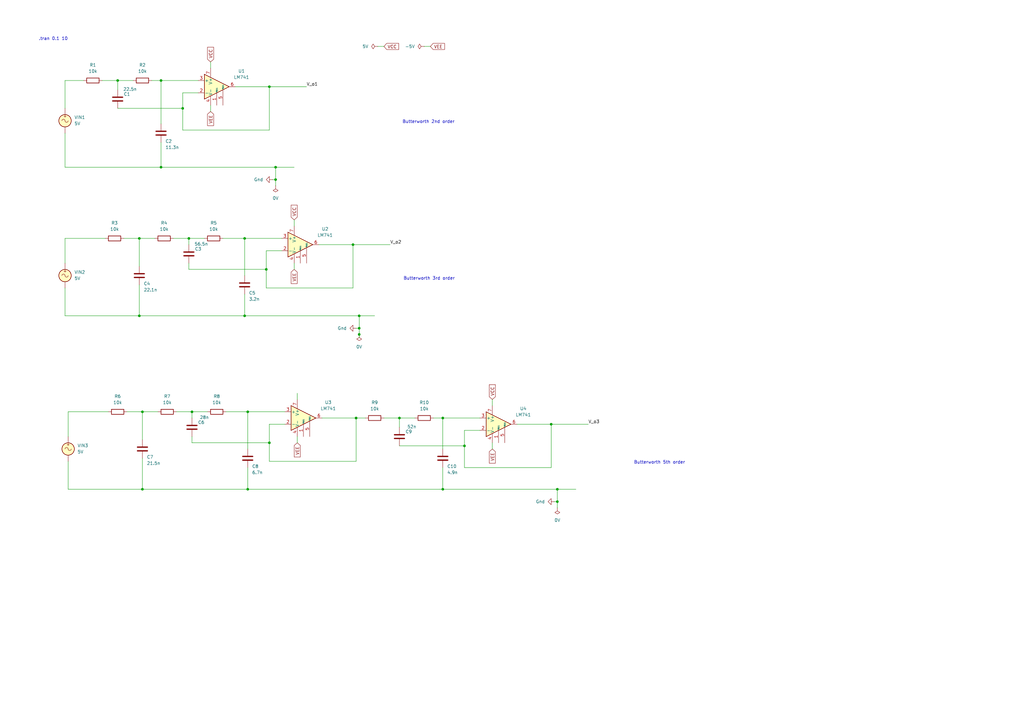
<source format=kicad_sch>
(kicad_sch (version 20250114) (generator "eeschema") (generator_version "9.0")
  (paper "A3")
  (lib_symbols
    (symbol "Amplifier_Operational:LM741" (pin_names (offset 0.127))
      (property "Reference" "U" (at 0 6.35 0))
      (property "Value" "LM741" (at 0 3.81 0))
      (symbol "LM741_0_1"
        (polyline (pts (xy -5.08 5.08) (xy 5.08 0) (xy -5.08 -5.08) (xy -5.08 5.08)) (stroke (width 0.254)) (fill (type background)))
      )
      (symbol "LM741_1_1"
        (pin input line (at -7.62 2.54 0) (length 2.54) (name "+") (number "3"))
        (pin input line (at -7.62 -2.54 0) (length 2.54) (name "-") (number "2"))
        (pin power_in line (at -2.54 7.62 270) (length 3.81) (name "V+") (number "7"))
        (pin power_in line (at -2.54 -7.62 90) (length 3.81) (name "V-") (number "4"))
        (pin no_connect line (at 0 2.54 270) (length 2.54) (hide yes) (name "NC") (number "8"))
        (pin input line (at 0 -7.62 90) (length 5.08) (name "NULL") (number "1"))
        (pin input line (at 2.54 -7.62 90) (length 6.35) (name "NULL") (number "5"))
        (pin output line (at 7.62 0 180) (length 2.54) (name "~") (number "6"))
      )
    )
    (symbol "Device:C" (pin_numbers (hide yes)) (pin_names (offset 0.254))
      (property "Reference" "C" (at 0.635 2.54 0))
      (property "Value" "C" (at 0.635 -2.54 0))
      (symbol "C_0_1"
        (polyline (pts (xy -2.032 0.762) (xy 2.032 0.762)) (stroke (width 0.508)))
        (polyline (pts (xy -2.032 -0.762) (xy 2.032 -0.762)) (stroke (width 0.508)))
      )
      (symbol "C_1_1"
        (pin passive line (at 0 3.81 270) (length 2.794) (name "~") (number "1"))
        (pin passive line (at 0 -3.81 90) (length 2.794) (name "~") (number "2"))
      )
    )
    (symbol "Device:R" (pin_numbers (hide yes)) (pin_names (offset 0))
      (property "Reference" "R" (at 2.032 0 90))
      (property "Value" "R" (at 0 0 90))
      (symbol "R_0_1"
        (rectangle (start -1.016 -2.54) (end 1.016 2.54) (stroke (width 0.254)))
      )
      (symbol "R_1_1"
        (pin passive line (at 0 3.81 270) (length 1.27) (name "~") (number "1"))
        (pin passive line (at 0 -3.81 90) (length 1.27) (name "~") (number "2"))
      )
    )
    (symbol "Simulation_SPICE:VSIN" (pin_numbers (hide yes)) (pin_names (offset 0.0254))
      (property "Reference" "V" (at 2.54 2.54 0))
      (property "Value" "VSIN" (at 2.54 0 0))
      (property "Sim.Params" "dc=0 ampl=1 f=1k ac=1" (at 2.54 -2.54 0))
      (symbol "VSIN_0_0"
        (arc (start -1.27 0) (mid -0.635 0.6323) (end 0 0))
        (arc (start 1.27 0) (mid 0.635 -0.6323) (end 0 0))
        (text "+" (at 0 1.905 0) (effects (font (size 1.27 1.27))))
      )
      (symbol "VSIN_0_1"
        (circle (center 0 0) (radius 2.54) (stroke (width 0.254)) (fill (type background)))
      )
      (symbol "VSIN_1_1"
        (pin passive line (at 0 5.08 270) (length 2.54) (name "~") (number "1"))
        (pin passive line (at 0 -5.08 90) (length 2.54) (name "~") (number "2"))
      )
    )
    (symbol "power:GND" (power) (pin_numbers (hide yes)) (pin_names (offset 0) (hide yes))
      (property "Value" "GND" (at 0 -3.81 0))
      (symbol "GND_0_1"
        (polyline (pts (xy 0 0) (xy 0 -1.27) (xy 1.27 -1.27) (xy 0 -2.54) (xy -1.27 -1.27) (xy 0 -1.27)))
      )
      (symbol "GND_1_1"
        (pin power_in line (at 0 0 270) (length 0) (name "~") (number "1"))
      )
    )
    (symbol "power:PWR_FLAG" (power) (pin_numbers (hide yes)) (pin_names (offset 0) (hide yes))
      (property "Value" "PWR_FLAG" (at 0 3.81 0))
      (symbol "PWR_FLAG_0_0"
        (pin power_out line (at 0 0 90) (length 0) (name "~") (number "1"))
      )
      (symbol "PWR_FLAG_0_1"
        (polyline (pts (xy 0 0) (xy 0 1.27) (xy -1.016 1.905) (xy 0 2.54) (xy 1.016 1.905) (xy 0 1.27)))
      )
    )
  )
  (text "Butterworth 5th order" (at 270.51 189.738 0) (effects (font (size 1.27 1.27))))
  (text ".tran 0.1 10" (at 21.844 16.002 0) (effects (font (size 1.27 1.27))))
  (text "Butterworth 2nd order" (at 175.768 50.038 0) (effects (font (size 1.27 1.27))))
  (text "Butterworth 3rd order" (at 176.022 114.3 0) (effects (font (size 1.27 1.27))))
  (junction (at 181.61 200.66))
  (junction (at 147.32 137.16))
  (junction (at 48.26 33.02))
  (junction (at 101.6 168.91))
  (junction (at 113.03 68.58))
  (junction (at 228.6 200.66))
  (junction (at 190.5 182.88))
  (junction (at 110.49 181.61))
  (junction (at 146.05 171.45))
  (junction (at 109.22 110.49))
  (junction (at 100.33 129.54))
  (junction (at 226.06 173.99))
  (junction (at 57.15 129.54))
  (junction (at 66.04 33.02))
  (junction (at 100.33 97.79))
  (junction (at 228.6 205.74))
  (junction (at 66.04 68.58))
  (junction (at 144.78 100.33))
  (junction (at 77.47 97.79))
  (junction (at 181.61 171.45))
  (junction (at 78.74 168.91))
  (junction (at 74.93 44.45))
  (junction (at 101.6 200.66))
  (junction (at 57.15 97.79))
  (junction (at 147.32 134.62))
  (junction (at 147.32 129.54))
  (junction (at 163.83 171.45))
  (junction (at 58.42 168.91))
  (junction (at 58.42 200.66))
  (junction (at 110.49 35.56))
  (junction (at 113.03 73.66))
  (wire (pts (xy 101.6 184.15) (xy 101.6 168.91)))
  (wire (pts (xy 110.49 35.56) (xy 96.52 35.56)))
  (wire (pts (xy 58.42 200.66) (xy 101.6 200.66)))
  (wire (pts (xy 101.6 191.77) (xy 101.6 200.66)))
  (wire (pts (xy 190.5 182.88) (xy 190.5 191.77)))
  (wire (pts (xy 77.47 110.49) (xy 109.22 110.49)))
  (wire (pts (xy 190.5 176.53) (xy 190.5 182.88)))
  (wire (pts (xy 26.67 33.02) (xy 26.67 44.45)))
  (wire (pts (xy 91.44 97.79) (xy 100.33 97.79)))
  (wire (pts (xy 201.93 163.83) (xy 201.93 166.37)))
  (wire (pts (xy 226.06 173.99) (xy 241.3 173.99)))
  (wire (pts (xy 196.85 176.53) (xy 190.5 176.53)))
  (wire (pts (xy 86.36 25.4) (xy 86.36 27.94)))
  (wire (pts (xy 41.91 33.02) (xy 48.26 33.02)))
  (wire (pts (xy 74.93 44.45) (xy 74.93 53.34)))
  (wire (pts (xy 147.32 137.16) (xy 147.32 138.43)))
  (wire (pts (xy 77.47 97.79) (xy 77.47 100.33)))
  (wire (pts (xy 100.33 129.54) (xy 147.32 129.54)))
  (wire (pts (xy 27.94 189.23) (xy 27.94 200.66)))
  (wire (pts (xy 48.26 44.45) (xy 74.93 44.45)))
  (wire (pts (xy 228.6 205.74) (xy 228.6 208.28)))
  (wire (pts (xy 58.42 168.91) (xy 64.77 168.91)))
  (wire (pts (xy 66.04 33.02) (xy 62.23 33.02)))
  (wire (pts (xy 120.65 68.58) (xy 113.03 68.58)))
  (wire (pts (xy 27.94 200.66) (xy 58.42 200.66)))
  (wire (pts (xy 157.48 171.45) (xy 163.83 171.45)))
  (wire (pts (xy 78.74 168.91) (xy 85.09 168.91)))
  (wire (pts (xy 77.47 97.79) (xy 83.82 97.79)))
  (wire (pts (xy 57.15 129.54) (xy 100.33 129.54)))
  (wire (pts (xy 48.26 33.02) (xy 54.61 33.02)))
  (wire (pts (xy 113.03 73.66) (xy 113.03 76.2)))
  (wire (pts (xy 100.33 97.79) (xy 115.57 97.79)))
  (wire (pts (xy 100.33 120.65) (xy 100.33 129.54)))
  (wire (pts (xy 144.78 100.33) (xy 160.02 100.33)))
  (wire (pts (xy 153.67 129.54) (xy 147.32 129.54)))
  (wire (pts (xy 26.67 33.02) (xy 34.29 33.02)))
  (wire (pts (xy 78.74 181.61) (xy 110.49 181.61)))
  (wire (pts (xy 115.57 102.87) (xy 109.22 102.87)))
  (wire (pts (xy 101.6 168.91) (xy 116.84 168.91)))
  (wire (pts (xy 121.92 161.29) (xy 121.92 163.83)))
  (wire (pts (xy 66.04 50.8) (xy 66.04 33.02)))
  (wire (pts (xy 181.61 184.15) (xy 181.61 171.45)))
  (wire (pts (xy 228.6 200.66) (xy 228.6 205.74)))
  (wire (pts (xy 190.5 191.77) (xy 226.06 191.77)))
  (wire (pts (xy 121.92 179.07) (xy 121.92 181.61)))
  (wire (pts (xy 181.61 200.66) (xy 228.6 200.66)))
  (wire (pts (xy 57.15 97.79) (xy 63.5 97.79)))
  (wire (pts (xy 58.42 187.96) (xy 58.42 200.66)))
  (wire (pts (xy 78.74 168.91) (xy 78.74 171.45)))
  (wire (pts (xy 110.49 181.61) (xy 110.49 189.23)))
  (wire (pts (xy 110.49 35.56) (xy 125.73 35.56)))
  (wire (pts (xy 74.93 38.1) (xy 74.93 44.45)))
  (wire (pts (xy 109.22 110.49) (xy 109.22 118.11)))
  (wire (pts (xy 146.05 134.62) (xy 147.32 134.62)))
  (wire (pts (xy 27.94 179.07) (xy 27.94 168.91)))
  (wire (pts (xy 26.67 68.58) (xy 66.04 68.58)))
  (wire (pts (xy 81.28 38.1) (xy 74.93 38.1)))
  (wire (pts (xy 71.12 97.79) (xy 77.47 97.79)))
  (wire (pts (xy 101.6 200.66) (xy 181.61 200.66)))
  (wire (pts (xy 26.67 129.54) (xy 57.15 129.54)))
  (wire (pts (xy 66.04 58.42) (xy 66.04 68.58)))
  (wire (pts (xy 201.93 181.61) (xy 201.93 184.15)))
  (wire (pts (xy 109.22 118.11) (xy 144.78 118.11)))
  (wire (pts (xy 163.83 175.26) (xy 163.83 171.45)))
  (wire (pts (xy 58.42 168.91) (xy 58.42 180.34)))
  (wire (pts (xy 92.71 168.91) (xy 101.6 168.91)))
  (wire (pts (xy 144.78 118.11) (xy 144.78 100.33)))
  (wire (pts (xy 163.83 171.45) (xy 170.18 171.45)))
  (wire (pts (xy 26.67 118.11) (xy 26.67 129.54)))
  (wire (pts (xy 146.05 171.45) (xy 132.08 171.45)))
  (wire (pts (xy 163.83 182.88) (xy 190.5 182.88)))
  (wire (pts (xy 110.49 53.34) (xy 110.49 35.56)))
  (wire (pts (xy 66.04 68.58) (xy 113.03 68.58)))
  (wire (pts (xy 111.76 73.66) (xy 113.03 73.66)))
  (wire (pts (xy 74.93 53.34) (xy 110.49 53.34)))
  (wire (pts (xy 77.47 110.49) (xy 77.47 107.95)))
  (wire (pts (xy 116.84 173.99) (xy 110.49 173.99)))
  (wire (pts (xy 146.05 189.23) (xy 146.05 171.45)))
  (wire (pts (xy 52.07 168.91) (xy 58.42 168.91)))
  (wire (pts (xy 154.94 19.05) (xy 157.48 19.05)))
  (wire (pts (xy 110.49 173.99) (xy 110.49 181.61)))
  (wire (pts (xy 181.61 191.77) (xy 181.61 200.66)))
  (wire (pts (xy 236.22 200.66) (xy 228.6 200.66)))
  (wire (pts (xy 26.67 97.79) (xy 43.18 97.79)))
  (wire (pts (xy 26.67 54.61) (xy 26.67 68.58)))
  (wire (pts (xy 110.49 189.23) (xy 146.05 189.23)))
  (wire (pts (xy 173.99 19.05) (xy 176.53 19.05)))
  (wire (pts (xy 100.33 113.03) (xy 100.33 97.79)))
  (wire (pts (xy 26.67 107.95) (xy 26.67 97.79)))
  (wire (pts (xy 78.74 181.61) (xy 78.74 179.07)))
  (wire (pts (xy 227.33 205.74) (xy 228.6 205.74)))
  (wire (pts (xy 120.65 90.17) (xy 120.65 92.71)))
  (wire (pts (xy 181.61 171.45) (xy 177.8 171.45)))
  (wire (pts (xy 147.32 134.62) (xy 147.32 137.16)))
  (wire (pts (xy 181.61 171.45) (xy 196.85 171.45)))
  (wire (pts (xy 57.15 116.84) (xy 57.15 129.54)))
  (wire (pts (xy 144.78 100.33) (xy 130.81 100.33)))
  (wire (pts (xy 147.32 129.54) (xy 147.32 134.62)))
  (wire (pts (xy 120.65 107.95) (xy 120.65 110.49)))
  (wire (pts (xy 226.06 173.99) (xy 212.09 173.99)))
  (wire (pts (xy 146.05 171.45) (xy 149.86 171.45)))
  (wire (pts (xy 27.94 168.91) (xy 44.45 168.91)))
  (wire (pts (xy 66.04 33.02) (xy 81.28 33.02)))
  (wire (pts (xy 113.03 68.58) (xy 113.03 73.66)))
  (wire (pts (xy 226.06 191.77) (xy 226.06 173.99)))
  (wire (pts (xy 50.8 97.79) (xy 57.15 97.79)))
  (wire (pts (xy 109.22 102.87) (xy 109.22 110.49)))
  (wire (pts (xy 86.36 43.18) (xy 86.36 45.72)))
  (wire (pts (xy 72.39 168.91) (xy 78.74 168.91)))
  (wire (pts (xy 57.15 97.79) (xy 57.15 109.22)))
  (wire (pts (xy 48.26 36.83) (xy 48.26 33.02)))
  (label "V_o1" (at 125.73 35.56 0))
  (label "V_o3" (at 241.3 173.99 0))
  (label "V_o2" (at 160.02 100.33 0))
  (global_label "VEE" (shape input) (at 120.65 110.49 270) (property "Intersheetrefs" "${INTERSHEET_REFS}" (effects (hide yes))))
  (global_label "VEE" (shape input) (at 86.36 45.72 270) (property "Intersheetrefs" "${INTERSHEET_REFS}" (effects (hide yes))))
  (global_label "VCC" (shape input) (at 201.93 163.83 90) (property "Intersheetrefs" "${INTERSHEET_REFS}" (effects (hide yes))))
  (global_label "VEE" (shape input) (at 121.92 181.61 270) (property "Intersheetrefs" "${INTERSHEET_REFS}" (effects (hide yes))))
  (global_label "VCC" (shape input) (at 157.48 19.05 0) (property "Intersheetrefs" "${INTERSHEET_REFS}" (effects (hide yes))))
  (global_label "VCC" (shape input) (at 120.65 90.17 90) (property "Intersheetrefs" "${INTERSHEET_REFS}" (effects (hide yes))))
  (global_label "VCC" (shape input) (at 86.36 25.4 90) (property "Intersheetrefs" "${INTERSHEET_REFS}" (effects (hide yes))))
  (global_label "VEE" (shape input) (at 176.53 19.05 0) (property "Intersheetrefs" "${INTERSHEET_REFS}" (effects (hide yes))))
  (global_label "VEE" (shape input) (at 201.93 184.15 270) (property "Intersheetrefs" "${INTERSHEET_REFS}" (effects (hide yes))))
  (symbol (lib_id "Device:R") (at 173.99 171.45 90) (unit 1)
    (property "Reference" "R10" (at 173.99 165.1 90))
    (property "Value" "10k" (at 173.99 167.64 90))
    (property "Description" "Resistor" (effects (hide yes)))
  )
  (symbol (lib_id "Device:C") (at 57.15 113.03 0) (unit 1)
    (property "Reference" "C4" (at 58.928 116.332 0) (effects (justify left)))
    (property "Value" "22.1n" (at 58.928 118.872 0) (effects (justify left)))
    (property "Description" "Unpolarized capacitor" (effects (hide yes)))
  )
  (symbol (lib_id "power:GND") (at 146.05 134.62 270) (unit 1)
    (property "Reference" "#PWR01" (effects (hide yes)))
    (property "Value" "Gnd" (at 142.24 134.6199 90) (effects (justify right)))
    (property "Description" "Power symbol creates a global label with name \"GND\" , ground" (effects (hide yes)))
  )
  (symbol (lib_id "Amplifier_Operational:LM741") (at 88.9 35.56 0) (unit 1)
    (property "Reference" "U1" (at 99.06 29.1398 0))
    (property "Value" "LM741" (at 99.06 31.6798 0))
    (property "Datasheet" "http://www.ti.com/lit/ds/symlink/lm741.pdf" (effects (hide yes)))
    (property "Description" "Operational Amplifier, DIP-8/TO-99-8" (effects (hide yes)))
    (property "Sim.Device" "SUBCKT" (effects (hide yes)))
    (property "Sim.Library" "/home/kjetil/kicad/lm741.lib" (effects (hide yes)))
    (property "Sim.Name" "LM741" (effects (hide yes)))
    (property "Sim.Pins" "1=1 2=2 3=99 4=50 5=28" (effects (hide yes)))
  )
  (symbol (lib_id "Device:R") (at 68.58 168.91 90) (unit 1)
    (property "Reference" "R7" (at 68.58 162.56 90))
    (property "Value" "10k" (at 68.58 165.1 90))
    (property "Description" "Resistor" (effects (hide yes)))
  )
  (symbol (lib_id "Device:R") (at 48.26 168.91 90) (unit 1)
    (property "Reference" "R6" (at 48.26 162.56 90))
    (property "Value" "10k" (at 48.26 165.1 90))
    (property "Description" "Resistor" (effects (hide yes)))
  )
  (symbol (lib_id "Device:R") (at 58.42 33.02 90) (unit 1)
    (property "Reference" "R2" (at 58.42 26.67 90))
    (property "Value" "10k" (at 58.42 29.21 90))
    (property "Description" "Resistor" (effects (hide yes)))
  )
  (symbol (lib_id "Device:R") (at 38.1 33.02 90) (unit 1)
    (property "Reference" "R1" (at 38.1 26.67 90))
    (property "Value" "10k" (at 38.1 29.21 90))
    (property "Description" "Resistor" (effects (hide yes)))
  )
  (symbol (lib_id "Simulation_SPICE:VSIN") (at 26.67 49.53 0) (unit 1)
    (property "Reference" "VIN1" (at 30.48 48.1301 0) (effects (justify left)))
    (property "Value" "5V" (at 30.48 50.6701 0) (effects (justify left)))
    (property "Datasheet" "https://ngspice.sourceforge.io/docs/ngspice-html-manual/manual.xhtml#sec_Independent_Sources_for" (effects (hide yes)))
    (property "Description" "Voltage source, sinusoidal" (effects (hide yes)))
    (property "Sim.Pins" "1=+ 2=-" (effects (hide yes)))
    (property "Sim.Params" "dc=0 ampl=5 f=1000 td=0 theta=0 phase=0 ac=5" (effects (hide yes)))
    (property "Sim.Type" "SIN" (effects (hide yes)))
    (property "Sim.Device" "V" (effects (hide yes)))
  )
  (symbol (lib_id "power:PWR_FLAG") (at 113.03 76.2 180) (unit 1)
    (property "Reference" "#FLG02" (effects (hide yes)))
    (property "Value" "0V" (at 113.03 81.28 0))
    (property "Description" "Special symbol for telling ERC where power comes from" (effects (hide yes)))
  )
  (symbol (lib_id "Device:C") (at 58.42 184.15 0) (unit 1)
    (property "Reference" "C7" (at 60.198 187.452 0) (effects (justify left)))
    (property "Value" "21.5n" (at 60.198 189.992 0) (effects (justify left)))
    (property "Description" "Unpolarized capacitor" (effects (hide yes)))
  )
  (symbol (lib_id "Device:C") (at 48.26 40.64 180) (unit 1)
    (property "Reference" "C1" (at 52.07 38.608 0))
    (property "Value" "22.5n" (at 53.34 36.576 0))
    (property "Description" "Unpolarized capacitor" (effects (hide yes)))
  )
  (symbol (lib_id "Device:C") (at 77.47 104.14 180) (unit 1)
    (property "Reference" "C3" (at 81.28 102.108 0))
    (property "Value" "56.5n" (at 82.55 100.076 0))
    (property "Description" "Unpolarized capacitor" (effects (hide yes)))
  )
  (symbol (lib_id "Device:C") (at 163.83 179.07 180) (unit 1)
    (property "Reference" "C9" (at 167.64 177.038 0))
    (property "Value" "52n" (at 168.91 175.006 0))
    (property "Description" "Unpolarized capacitor" (effects (hide yes)))
  )
  (symbol (lib_id "Device:C") (at 78.74 175.26 180) (unit 1)
    (property "Reference" "C6" (at 82.55 173.228 0))
    (property "Value" "28n" (at 83.82 171.196 0))
    (property "Description" "Unpolarized capacitor" (effects (hide yes)))
  )
  (symbol (lib_id "Amplifier_Operational:LM741") (at 123.19 100.33 0) (unit 1)
    (property "Reference" "U2" (at 133.35 93.9098 0))
    (property "Value" "LM741" (at 133.35 96.4498 0))
    (property "Datasheet" "http://www.ti.com/lit/ds/symlink/lm741.pdf" (effects (hide yes)))
    (property "Description" "Operational Amplifier, DIP-8/TO-99-8" (effects (hide yes)))
    (property "Sim.Library" "/home/kjetil/kicad/lm741.lib" (effects (hide yes)))
    (property "Sim.Name" "LM741" (effects (hide yes)))
    (property "Sim.Device" "SUBCKT" (effects (hide yes)))
    (property "Sim.Pins" "1=1 2=2 3=99 4=50 5=28" (effects (hide yes)))
  )
  (symbol (lib_id "Device:R") (at 46.99 97.79 90) (unit 1)
    (property "Reference" "R3" (at 46.99 91.44 90))
    (property "Value" "10k" (at 46.99 93.98 90))
    (property "Description" "Resistor" (effects (hide yes)))
  )
  (symbol (lib_id "Device:R") (at 88.9 168.91 90) (unit 1)
    (property "Reference" "R8" (at 88.9 162.56 90))
    (property "Value" "10k" (at 88.9 165.1 90))
    (property "Description" "Resistor" (effects (hide yes)))
  )
  (symbol (lib_id "power:GND") (at 227.33 205.74 270) (unit 1)
    (property "Reference" "#PWR03" (effects (hide yes)))
    (property "Value" "Gnd" (at 223.52 205.7399 90) (effects (justify right)))
    (property "Description" "Power symbol creates a global label with name \"GND\" , ground" (effects (hide yes)))
  )
  (symbol (lib_id "Device:R") (at 153.67 171.45 90) (unit 1)
    (property "Reference" "R9" (at 153.67 165.1 90))
    (property "Value" "10k" (at 153.67 167.64 90))
    (property "Description" "Resistor" (effects (hide yes)))
  )
  (symbol (lib_id "Simulation_SPICE:VSIN") (at 26.67 113.03 0) (unit 1)
    (property "Reference" "VIN2" (at 30.48 111.6301 0) (effects (justify left)))
    (property "Value" "5V" (at 30.48 114.1701 0) (effects (justify left)))
    (property "Datasheet" "https://ngspice.sourceforge.io/docs/ngspice-html-manual/manual.xhtml#sec_Independent_Sources_for" (effects (hide yes)))
    (property "Description" "Voltage source, sinusoidal" (effects (hide yes)))
    (property "Sim.Pins" "1=+ 2=-" (effects (hide yes)))
    (property "Sim.Params" "dc=0 ampl=5 f=1000 td=0 theta=0 phase=0 ac=5" (effects (hide yes)))
    (property "Sim.Type" "SIN" (effects (hide yes)))
    (property "Sim.Device" "V" (effects (hide yes)))
  )
  (symbol (lib_id "Device:R") (at 87.63 97.79 90) (unit 1)
    (property "Reference" "R5" (at 87.63 91.44 90))
    (property "Value" "10k" (at 87.63 93.98 90))
    (property "Description" "Resistor" (effects (hide yes)))
  )
  (symbol (lib_id "Amplifier_Operational:LM741") (at 204.47 173.99 0) (unit 1)
    (property "Reference" "U4" (at 214.63 167.5698 0))
    (property "Value" "LM741" (at 214.63 170.1098 0))
    (property "Datasheet" "http://www.ti.com/lit/ds/symlink/lm741.pdf" (effects (hide yes)))
    (property "Description" "Operational Amplifier, DIP-8/TO-99-8" (effects (hide yes)))
    (property "Sim.Device" "SUBCKT" (effects (hide yes)))
    (property "Sim.Library" "/home/kjetil/kicad/lm741.lib" (effects (hide yes)))
    (property "Sim.Name" "LM741" (effects (hide yes)))
    (property "Sim.Pins" "1=1 2=2 3=99 4=50 5=28" (effects (hide yes)))
  )
  (symbol (lib_id "power:PWR_FLAG") (at 154.94 19.05 90) (unit 1)
    (property "Reference" "#FLG01" (effects (hide yes)))
    (property "Value" "5V" (at 151.13 19.0499 90) (effects (justify left)))
    (property "Description" "Special symbol for telling ERC where power comes from" (effects (hide yes)))
  )
  (symbol (lib_id "power:PWR_FLAG") (at 228.6 208.28 180) (unit 1)
    (property "Reference" "#FLG05" (effects (hide yes)))
    (property "Value" "0V" (at 228.6 213.36 0))
    (property "Description" "Special symbol for telling ERC where power comes from" (effects (hide yes)))
  )
  (symbol (lib_id "Device:C") (at 181.61 187.96 0) (unit 1)
    (property "Reference" "C10" (at 183.388 191.262 0) (effects (justify left)))
    (property "Value" "4.9n" (at 183.388 193.802 0) (effects (justify left)))
    (property "Description" "Unpolarized capacitor" (effects (hide yes)))
  )
  (symbol (lib_id "power:PWR_FLAG") (at 173.99 19.05 90) (unit 1)
    (property "Reference" "#FLG03" (effects (hide yes)))
    (property "Value" "-5V" (at 170.18 19.0499 90) (effects (justify left)))
    (property "Description" "Special symbol for telling ERC where power comes from" (effects (hide yes)))
  )
  (symbol (lib_id "Simulation_SPICE:VSIN") (at 27.94 184.15 0) (unit 1)
    (property "Reference" "VIN3" (at 31.75 182.7501 0) (effects (justify left)))
    (property "Value" "5V" (at 31.75 185.2901 0) (effects (justify left)))
    (property "Datasheet" "https://ngspice.sourceforge.io/docs/ngspice-html-manual/manual.xhtml#sec_Independent_Sources_for" (effects (hide yes)))
    (property "Description" "Voltage source, sinusoidal" (effects (hide yes)))
    (property "Sim.Pins" "1=+ 2=-" (effects (hide yes)))
    (property "Sim.Params" "dc=0 ampl=5 f=1000 td=0 theta=0 phase=0 ac=5" (effects (hide yes)))
    (property "Sim.Type" "SIN" (effects (hide yes)))
    (property "Sim.Device" "V" (effects (hide yes)))
  )
  (symbol (lib_id "power:PWR_FLAG") (at 147.32 137.16 180) (unit 1)
    (property "Reference" "#FLG04" (effects (hide yes)))
    (property "Value" "0V" (at 147.32 142.24 0))
    (property "Description" "Special symbol for telling ERC where power comes from" (effects (hide yes)))
  )
  (symbol (lib_id "Device:C") (at 100.33 116.84 0) (unit 1)
    (property "Reference" "C5" (at 102.108 120.142 0) (effects (justify left)))
    (property "Value" "3.2n" (at 102.108 122.682 0) (effects (justify left)))
    (property "Description" "Unpolarized capacitor" (effects (hide yes)))
  )
  (symbol (lib_id "Device:C") (at 101.6 187.96 0) (unit 1)
    (property "Reference" "C8" (at 103.378 191.262 0) (effects (justify left)))
    (property "Value" "6.7n" (at 103.378 193.802 0) (effects (justify left)))
    (property "Description" "Unpolarized capacitor" (effects (hide yes)))
  )
  (symbol (lib_id "Device:R") (at 67.31 97.79 90) (unit 1)
    (property "Reference" "R4" (at 67.31 91.44 90))
    (property "Value" "10k" (at 67.31 93.98 90))
    (property "Description" "Resistor" (effects (hide yes)))
  )
  (symbol (lib_id "Amplifier_Operational:LM741") (at 124.46 171.45 0) (unit 1)
    (property "Reference" "U3" (at 134.62 165.0298 0))
    (property "Value" "LM741" (at 134.62 167.5698 0))
    (property "Datasheet" "http://www.ti.com/lit/ds/symlink/lm741.pdf" (effects (hide yes)))
    (property "Description" "Operational Amplifier, DIP-8/TO-99-8" (effects (hide yes)))
    (property "Sim.Library" "/home/kjetil/kicad/lm741.lib" (effects (hide yes)))
    (property "Sim.Name" "LM741" (effects (hide yes)))
    (property "Sim.Device" "SUBCKT" (effects (hide yes)))
    (property "Sim.Pins" "1=1 2=2 3=99 4=50 5=28" (effects (hide yes)))
  )
  (symbol (lib_id "Device:C") (at 66.04 54.61 0) (unit 1)
    (property "Reference" "C2" (at 67.818 57.912 0) (effects (justify left)))
    (property "Value" "11.3n" (at 67.818 60.452 0) (effects (justify left)))
    (property "Description" "Unpolarized capacitor" (effects (hide yes)))
  )
  (symbol (lib_id "power:GND") (at 111.76 73.66 270) (unit 1)
    (property "Reference" "#PWR02" (effects (hide yes)))
    (property "Value" "Gnd" (at 107.95 73.6599 90) (effects (justify right)))
    (property "Description" "Power symbol creates a global label with name \"GND\" , ground" (effects (hide yes)))
  )
)
</source>
